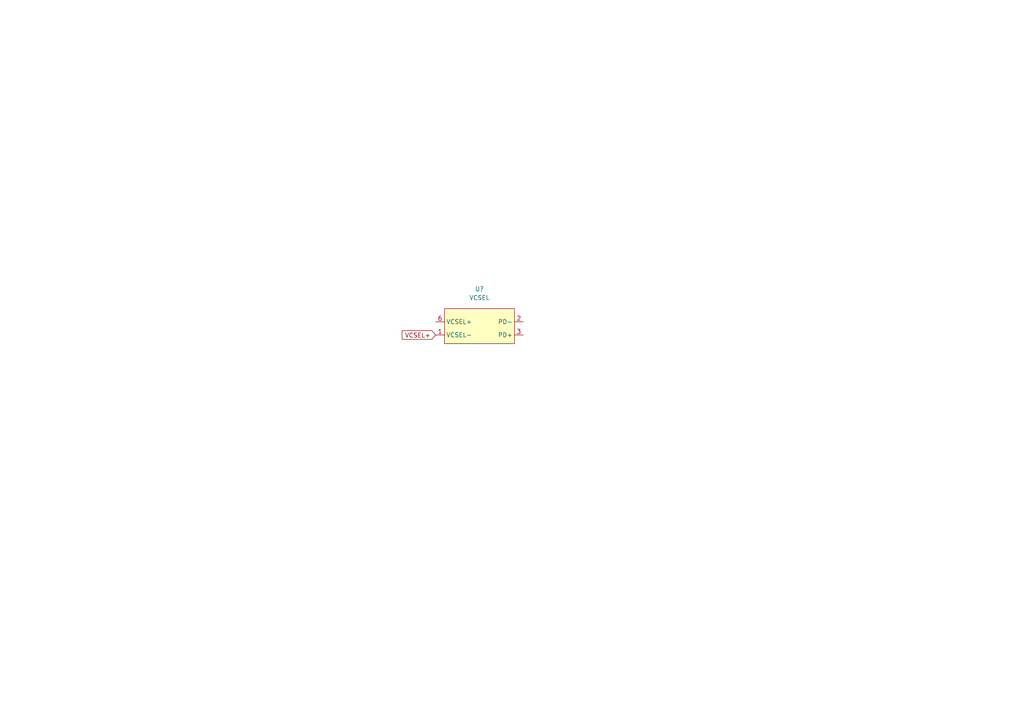
<source format=kicad_sch>
(kicad_sch (version 20211123) (generator eeschema)
  (paper "A4")
  (lib_symbols
    (symbol "fd-fnir:VCSEL"
      (property "Reference" "U" (at -10.16 8.89 0))
      (property "Value" "VCSEL" (at -7.62 6.35 0))
      (symbol "VCSEL_0_1"
        (rectangle (start -10.16 3.81) (end 10.16 -6.35) (fill (type background)))
      )
      (symbol "VCSEL_1_1"
        (pin input line (at -12.7 -3.81 0) (length 2.54) (name "VCSEL-") (number "1"))
        (pin input line (at 12.7 0 180) (length 2.54) (name "PD-") (number "2"))
        (pin input line (at 12.7 -3.81 180) (length 2.54) (name "PD+") (number "3"))
        (pin input line (at 2.54 -8.89 90) (length 2.54) hide (name "NC") (number "4"))
        (pin input line (at 0 -8.89 90) (length 2.54) hide (name "NC") (number "5"))
        (pin input line (at -12.7 0 0) (length 2.54) (name "VCSEL+") (number "6"))
      )
    )
  )
  (global_label "VCSEL+" (shape input) (at 126.365 97.155 180) (property "Intersheet References" "${INTERSHEET_REFS}" (effects hide)))
  (symbol (lib_id "fd-fnir:VCSEL") (at 139.065 93.345 0) (unit 1)
    (property "Reference" "U?" (at 139.065 83.82 0))
    (property "Value" "VCSEL" (at 139.065 86.36 0))
  )
)
</source>
